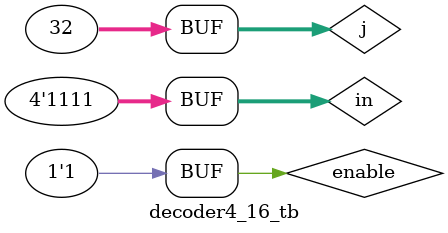
<source format=sv>
module decoder4_16(in, out, enable);
	input logic [3:0] in; input logic enable;
	output logic [15:0] out;
	logic a, b, c, d;
	
	decoder2_4 dec0(.in(in[1:0]), .out(out[3:0]), .enable(a));
	decoder2_4 dec1(.in(in[1:0]), .out(out[7:4]), .enable(b));
	decoder2_4 dec2(.in(in[1:0]), .out(out[11:8]), .enable(c));
	decoder2_4 dec3(.in(in[1:0]), .out(out[15:12]), .enable(d));
	decoder2_4 dec4(.in(in[3:2]), .out({d, c, b, a}), .enable);
endmodule

module decoder4_16_tb();
	logic [3:0] in; logic [15:0] out; logic enable;
	
	decoder4_16 dut(.*);
	
	integer j;
	initial begin
		for(j=0; j<32; j++) begin
			{enable, in} = j;
			#10;
		end
	end
endmodule


</source>
